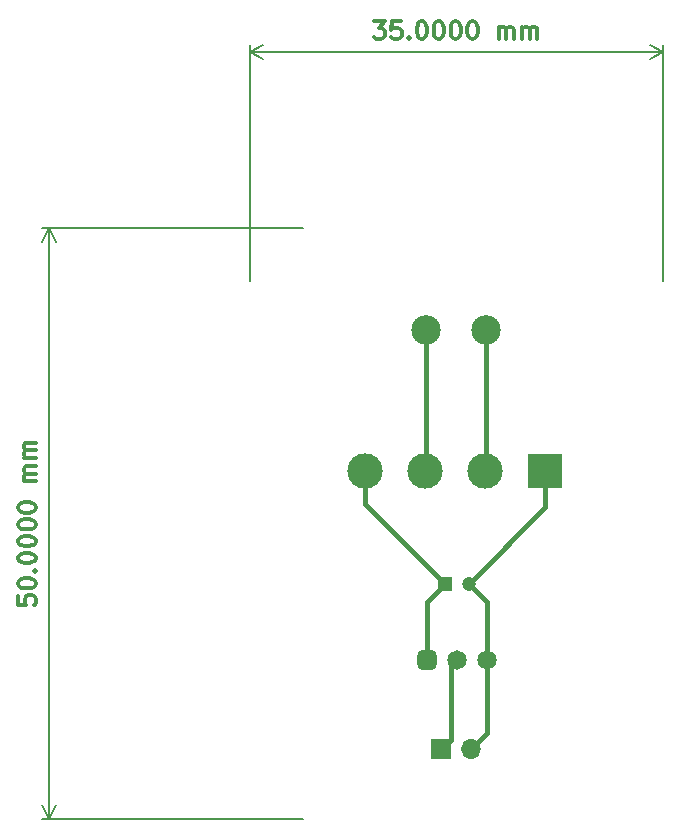
<source format=gbr>
G04 #@! TF.GenerationSoftware,KiCad,Pcbnew,8.0.4*
G04 #@! TF.CreationDate,2024-08-21T23:49:23-07:00*
G04 #@! TF.ProjectId,Physics IA,50687973-6963-4732-9049-412e6b696361,rev?*
G04 #@! TF.SameCoordinates,Original*
G04 #@! TF.FileFunction,Copper,L1,Top*
G04 #@! TF.FilePolarity,Positive*
%FSLAX46Y46*%
G04 Gerber Fmt 4.6, Leading zero omitted, Abs format (unit mm)*
G04 Created by KiCad (PCBNEW 8.0.4) date 2024-08-21 23:49:23*
%MOMM*%
%LPD*%
G01*
G04 APERTURE LIST*
G04 Aperture macros list*
%AMRoundRect*
0 Rectangle with rounded corners*
0 $1 Rounding radius*
0 $2 $3 $4 $5 $6 $7 $8 $9 X,Y pos of 4 corners*
0 Add a 4 corners polygon primitive as box body*
4,1,4,$2,$3,$4,$5,$6,$7,$8,$9,$2,$3,0*
0 Add four circle primitives for the rounded corners*
1,1,$1+$1,$2,$3*
1,1,$1+$1,$4,$5*
1,1,$1+$1,$6,$7*
1,1,$1+$1,$8,$9*
0 Add four rect primitives between the rounded corners*
20,1,$1+$1,$2,$3,$4,$5,0*
20,1,$1+$1,$4,$5,$6,$7,0*
20,1,$1+$1,$6,$7,$8,$9,0*
20,1,$1+$1,$8,$9,$2,$3,0*%
G04 Aperture macros list end*
%ADD10C,0.300000*%
G04 #@! TA.AperFunction,NonConductor*
%ADD11C,0.300000*%
G04 #@! TD*
G04 #@! TA.AperFunction,NonConductor*
%ADD12C,0.200000*%
G04 #@! TD*
G04 #@! TA.AperFunction,ComponentPad*
%ADD13RoundRect,0.412500X-0.412500X-0.412500X0.412500X-0.412500X0.412500X0.412500X-0.412500X0.412500X0*%
G04 #@! TD*
G04 #@! TA.AperFunction,ComponentPad*
%ADD14C,1.650000*%
G04 #@! TD*
G04 #@! TA.AperFunction,ComponentPad*
%ADD15C,2.500000*%
G04 #@! TD*
G04 #@! TA.AperFunction,ComponentPad*
%ADD16R,1.700000X1.700000*%
G04 #@! TD*
G04 #@! TA.AperFunction,ComponentPad*
%ADD17O,1.700000X1.700000*%
G04 #@! TD*
G04 #@! TA.AperFunction,ComponentPad*
%ADD18R,3.000000X3.000000*%
G04 #@! TD*
G04 #@! TA.AperFunction,ComponentPad*
%ADD19C,3.000000*%
G04 #@! TD*
G04 #@! TA.AperFunction,ComponentPad*
%ADD20R,1.200000X1.200000*%
G04 #@! TD*
G04 #@! TA.AperFunction,ComponentPad*
%ADD21C,1.200000*%
G04 #@! TD*
G04 #@! TA.AperFunction,Conductor*
%ADD22C,0.400000*%
G04 #@! TD*
G04 #@! TA.AperFunction,Conductor*
%ADD23C,0.200000*%
G04 #@! TD*
G04 APERTURE END LIST*
D10*
D11*
X99378329Y-88642855D02*
X99378329Y-89357141D01*
X99378329Y-89357141D02*
X100092615Y-89428569D01*
X100092615Y-89428569D02*
X100021186Y-89357141D01*
X100021186Y-89357141D02*
X99949758Y-89214284D01*
X99949758Y-89214284D02*
X99949758Y-88857141D01*
X99949758Y-88857141D02*
X100021186Y-88714284D01*
X100021186Y-88714284D02*
X100092615Y-88642855D01*
X100092615Y-88642855D02*
X100235472Y-88571426D01*
X100235472Y-88571426D02*
X100592615Y-88571426D01*
X100592615Y-88571426D02*
X100735472Y-88642855D01*
X100735472Y-88642855D02*
X100806901Y-88714284D01*
X100806901Y-88714284D02*
X100878329Y-88857141D01*
X100878329Y-88857141D02*
X100878329Y-89214284D01*
X100878329Y-89214284D02*
X100806901Y-89357141D01*
X100806901Y-89357141D02*
X100735472Y-89428569D01*
X99378329Y-87642855D02*
X99378329Y-87499998D01*
X99378329Y-87499998D02*
X99449758Y-87357141D01*
X99449758Y-87357141D02*
X99521186Y-87285713D01*
X99521186Y-87285713D02*
X99664043Y-87214284D01*
X99664043Y-87214284D02*
X99949758Y-87142855D01*
X99949758Y-87142855D02*
X100306901Y-87142855D01*
X100306901Y-87142855D02*
X100592615Y-87214284D01*
X100592615Y-87214284D02*
X100735472Y-87285713D01*
X100735472Y-87285713D02*
X100806901Y-87357141D01*
X100806901Y-87357141D02*
X100878329Y-87499998D01*
X100878329Y-87499998D02*
X100878329Y-87642855D01*
X100878329Y-87642855D02*
X100806901Y-87785713D01*
X100806901Y-87785713D02*
X100735472Y-87857141D01*
X100735472Y-87857141D02*
X100592615Y-87928570D01*
X100592615Y-87928570D02*
X100306901Y-87999998D01*
X100306901Y-87999998D02*
X99949758Y-87999998D01*
X99949758Y-87999998D02*
X99664043Y-87928570D01*
X99664043Y-87928570D02*
X99521186Y-87857141D01*
X99521186Y-87857141D02*
X99449758Y-87785713D01*
X99449758Y-87785713D02*
X99378329Y-87642855D01*
X100735472Y-86499999D02*
X100806901Y-86428570D01*
X100806901Y-86428570D02*
X100878329Y-86499999D01*
X100878329Y-86499999D02*
X100806901Y-86571427D01*
X100806901Y-86571427D02*
X100735472Y-86499999D01*
X100735472Y-86499999D02*
X100878329Y-86499999D01*
X99378329Y-85499998D02*
X99378329Y-85357141D01*
X99378329Y-85357141D02*
X99449758Y-85214284D01*
X99449758Y-85214284D02*
X99521186Y-85142856D01*
X99521186Y-85142856D02*
X99664043Y-85071427D01*
X99664043Y-85071427D02*
X99949758Y-84999998D01*
X99949758Y-84999998D02*
X100306901Y-84999998D01*
X100306901Y-84999998D02*
X100592615Y-85071427D01*
X100592615Y-85071427D02*
X100735472Y-85142856D01*
X100735472Y-85142856D02*
X100806901Y-85214284D01*
X100806901Y-85214284D02*
X100878329Y-85357141D01*
X100878329Y-85357141D02*
X100878329Y-85499998D01*
X100878329Y-85499998D02*
X100806901Y-85642856D01*
X100806901Y-85642856D02*
X100735472Y-85714284D01*
X100735472Y-85714284D02*
X100592615Y-85785713D01*
X100592615Y-85785713D02*
X100306901Y-85857141D01*
X100306901Y-85857141D02*
X99949758Y-85857141D01*
X99949758Y-85857141D02*
X99664043Y-85785713D01*
X99664043Y-85785713D02*
X99521186Y-85714284D01*
X99521186Y-85714284D02*
X99449758Y-85642856D01*
X99449758Y-85642856D02*
X99378329Y-85499998D01*
X99378329Y-84071427D02*
X99378329Y-83928570D01*
X99378329Y-83928570D02*
X99449758Y-83785713D01*
X99449758Y-83785713D02*
X99521186Y-83714285D01*
X99521186Y-83714285D02*
X99664043Y-83642856D01*
X99664043Y-83642856D02*
X99949758Y-83571427D01*
X99949758Y-83571427D02*
X100306901Y-83571427D01*
X100306901Y-83571427D02*
X100592615Y-83642856D01*
X100592615Y-83642856D02*
X100735472Y-83714285D01*
X100735472Y-83714285D02*
X100806901Y-83785713D01*
X100806901Y-83785713D02*
X100878329Y-83928570D01*
X100878329Y-83928570D02*
X100878329Y-84071427D01*
X100878329Y-84071427D02*
X100806901Y-84214285D01*
X100806901Y-84214285D02*
X100735472Y-84285713D01*
X100735472Y-84285713D02*
X100592615Y-84357142D01*
X100592615Y-84357142D02*
X100306901Y-84428570D01*
X100306901Y-84428570D02*
X99949758Y-84428570D01*
X99949758Y-84428570D02*
X99664043Y-84357142D01*
X99664043Y-84357142D02*
X99521186Y-84285713D01*
X99521186Y-84285713D02*
X99449758Y-84214285D01*
X99449758Y-84214285D02*
X99378329Y-84071427D01*
X99378329Y-82642856D02*
X99378329Y-82499999D01*
X99378329Y-82499999D02*
X99449758Y-82357142D01*
X99449758Y-82357142D02*
X99521186Y-82285714D01*
X99521186Y-82285714D02*
X99664043Y-82214285D01*
X99664043Y-82214285D02*
X99949758Y-82142856D01*
X99949758Y-82142856D02*
X100306901Y-82142856D01*
X100306901Y-82142856D02*
X100592615Y-82214285D01*
X100592615Y-82214285D02*
X100735472Y-82285714D01*
X100735472Y-82285714D02*
X100806901Y-82357142D01*
X100806901Y-82357142D02*
X100878329Y-82499999D01*
X100878329Y-82499999D02*
X100878329Y-82642856D01*
X100878329Y-82642856D02*
X100806901Y-82785714D01*
X100806901Y-82785714D02*
X100735472Y-82857142D01*
X100735472Y-82857142D02*
X100592615Y-82928571D01*
X100592615Y-82928571D02*
X100306901Y-82999999D01*
X100306901Y-82999999D02*
X99949758Y-82999999D01*
X99949758Y-82999999D02*
X99664043Y-82928571D01*
X99664043Y-82928571D02*
X99521186Y-82857142D01*
X99521186Y-82857142D02*
X99449758Y-82785714D01*
X99449758Y-82785714D02*
X99378329Y-82642856D01*
X99378329Y-81214285D02*
X99378329Y-81071428D01*
X99378329Y-81071428D02*
X99449758Y-80928571D01*
X99449758Y-80928571D02*
X99521186Y-80857143D01*
X99521186Y-80857143D02*
X99664043Y-80785714D01*
X99664043Y-80785714D02*
X99949758Y-80714285D01*
X99949758Y-80714285D02*
X100306901Y-80714285D01*
X100306901Y-80714285D02*
X100592615Y-80785714D01*
X100592615Y-80785714D02*
X100735472Y-80857143D01*
X100735472Y-80857143D02*
X100806901Y-80928571D01*
X100806901Y-80928571D02*
X100878329Y-81071428D01*
X100878329Y-81071428D02*
X100878329Y-81214285D01*
X100878329Y-81214285D02*
X100806901Y-81357143D01*
X100806901Y-81357143D02*
X100735472Y-81428571D01*
X100735472Y-81428571D02*
X100592615Y-81500000D01*
X100592615Y-81500000D02*
X100306901Y-81571428D01*
X100306901Y-81571428D02*
X99949758Y-81571428D01*
X99949758Y-81571428D02*
X99664043Y-81500000D01*
X99664043Y-81500000D02*
X99521186Y-81428571D01*
X99521186Y-81428571D02*
X99449758Y-81357143D01*
X99449758Y-81357143D02*
X99378329Y-81214285D01*
X100878329Y-78928572D02*
X99878329Y-78928572D01*
X100021186Y-78928572D02*
X99949758Y-78857143D01*
X99949758Y-78857143D02*
X99878329Y-78714286D01*
X99878329Y-78714286D02*
X99878329Y-78500000D01*
X99878329Y-78500000D02*
X99949758Y-78357143D01*
X99949758Y-78357143D02*
X100092615Y-78285715D01*
X100092615Y-78285715D02*
X100878329Y-78285715D01*
X100092615Y-78285715D02*
X99949758Y-78214286D01*
X99949758Y-78214286D02*
X99878329Y-78071429D01*
X99878329Y-78071429D02*
X99878329Y-77857143D01*
X99878329Y-77857143D02*
X99949758Y-77714286D01*
X99949758Y-77714286D02*
X100092615Y-77642857D01*
X100092615Y-77642857D02*
X100878329Y-77642857D01*
X100878329Y-76928572D02*
X99878329Y-76928572D01*
X100021186Y-76928572D02*
X99949758Y-76857143D01*
X99949758Y-76857143D02*
X99878329Y-76714286D01*
X99878329Y-76714286D02*
X99878329Y-76500000D01*
X99878329Y-76500000D02*
X99949758Y-76357143D01*
X99949758Y-76357143D02*
X100092615Y-76285715D01*
X100092615Y-76285715D02*
X100878329Y-76285715D01*
X100092615Y-76285715D02*
X99949758Y-76214286D01*
X99949758Y-76214286D02*
X99878329Y-76071429D01*
X99878329Y-76071429D02*
X99878329Y-75857143D01*
X99878329Y-75857143D02*
X99949758Y-75714286D01*
X99949758Y-75714286D02*
X100092615Y-75642857D01*
X100092615Y-75642857D02*
X100878329Y-75642857D01*
D12*
X123500000Y-57500000D02*
X101413581Y-57500000D01*
X123500000Y-107500000D02*
X101413581Y-107500000D01*
X102000001Y-57500000D02*
X102000001Y-107500000D01*
X102000001Y-57500000D02*
X102000001Y-107500000D01*
X102000001Y-57500000D02*
X102586422Y-58626504D01*
X102000001Y-57500000D02*
X101413580Y-58626504D01*
X102000001Y-107500000D02*
X101413580Y-106373496D01*
X102000001Y-107500000D02*
X102586422Y-106373496D01*
D10*
D11*
X129500001Y-39982588D02*
X130428573Y-39982588D01*
X130428573Y-39982588D02*
X129928573Y-40554017D01*
X129928573Y-40554017D02*
X130142858Y-40554017D01*
X130142858Y-40554017D02*
X130285716Y-40625445D01*
X130285716Y-40625445D02*
X130357144Y-40696874D01*
X130357144Y-40696874D02*
X130428573Y-40839731D01*
X130428573Y-40839731D02*
X130428573Y-41196874D01*
X130428573Y-41196874D02*
X130357144Y-41339731D01*
X130357144Y-41339731D02*
X130285716Y-41411160D01*
X130285716Y-41411160D02*
X130142858Y-41482588D01*
X130142858Y-41482588D02*
X129714287Y-41482588D01*
X129714287Y-41482588D02*
X129571430Y-41411160D01*
X129571430Y-41411160D02*
X129500001Y-41339731D01*
X131785715Y-39982588D02*
X131071429Y-39982588D01*
X131071429Y-39982588D02*
X131000001Y-40696874D01*
X131000001Y-40696874D02*
X131071429Y-40625445D01*
X131071429Y-40625445D02*
X131214287Y-40554017D01*
X131214287Y-40554017D02*
X131571429Y-40554017D01*
X131571429Y-40554017D02*
X131714287Y-40625445D01*
X131714287Y-40625445D02*
X131785715Y-40696874D01*
X131785715Y-40696874D02*
X131857144Y-40839731D01*
X131857144Y-40839731D02*
X131857144Y-41196874D01*
X131857144Y-41196874D02*
X131785715Y-41339731D01*
X131785715Y-41339731D02*
X131714287Y-41411160D01*
X131714287Y-41411160D02*
X131571429Y-41482588D01*
X131571429Y-41482588D02*
X131214287Y-41482588D01*
X131214287Y-41482588D02*
X131071429Y-41411160D01*
X131071429Y-41411160D02*
X131000001Y-41339731D01*
X132500000Y-41339731D02*
X132571429Y-41411160D01*
X132571429Y-41411160D02*
X132500000Y-41482588D01*
X132500000Y-41482588D02*
X132428572Y-41411160D01*
X132428572Y-41411160D02*
X132500000Y-41339731D01*
X132500000Y-41339731D02*
X132500000Y-41482588D01*
X133500001Y-39982588D02*
X133642858Y-39982588D01*
X133642858Y-39982588D02*
X133785715Y-40054017D01*
X133785715Y-40054017D02*
X133857144Y-40125445D01*
X133857144Y-40125445D02*
X133928572Y-40268302D01*
X133928572Y-40268302D02*
X134000001Y-40554017D01*
X134000001Y-40554017D02*
X134000001Y-40911160D01*
X134000001Y-40911160D02*
X133928572Y-41196874D01*
X133928572Y-41196874D02*
X133857144Y-41339731D01*
X133857144Y-41339731D02*
X133785715Y-41411160D01*
X133785715Y-41411160D02*
X133642858Y-41482588D01*
X133642858Y-41482588D02*
X133500001Y-41482588D01*
X133500001Y-41482588D02*
X133357144Y-41411160D01*
X133357144Y-41411160D02*
X133285715Y-41339731D01*
X133285715Y-41339731D02*
X133214286Y-41196874D01*
X133214286Y-41196874D02*
X133142858Y-40911160D01*
X133142858Y-40911160D02*
X133142858Y-40554017D01*
X133142858Y-40554017D02*
X133214286Y-40268302D01*
X133214286Y-40268302D02*
X133285715Y-40125445D01*
X133285715Y-40125445D02*
X133357144Y-40054017D01*
X133357144Y-40054017D02*
X133500001Y-39982588D01*
X134928572Y-39982588D02*
X135071429Y-39982588D01*
X135071429Y-39982588D02*
X135214286Y-40054017D01*
X135214286Y-40054017D02*
X135285715Y-40125445D01*
X135285715Y-40125445D02*
X135357143Y-40268302D01*
X135357143Y-40268302D02*
X135428572Y-40554017D01*
X135428572Y-40554017D02*
X135428572Y-40911160D01*
X135428572Y-40911160D02*
X135357143Y-41196874D01*
X135357143Y-41196874D02*
X135285715Y-41339731D01*
X135285715Y-41339731D02*
X135214286Y-41411160D01*
X135214286Y-41411160D02*
X135071429Y-41482588D01*
X135071429Y-41482588D02*
X134928572Y-41482588D01*
X134928572Y-41482588D02*
X134785715Y-41411160D01*
X134785715Y-41411160D02*
X134714286Y-41339731D01*
X134714286Y-41339731D02*
X134642857Y-41196874D01*
X134642857Y-41196874D02*
X134571429Y-40911160D01*
X134571429Y-40911160D02*
X134571429Y-40554017D01*
X134571429Y-40554017D02*
X134642857Y-40268302D01*
X134642857Y-40268302D02*
X134714286Y-40125445D01*
X134714286Y-40125445D02*
X134785715Y-40054017D01*
X134785715Y-40054017D02*
X134928572Y-39982588D01*
X136357143Y-39982588D02*
X136500000Y-39982588D01*
X136500000Y-39982588D02*
X136642857Y-40054017D01*
X136642857Y-40054017D02*
X136714286Y-40125445D01*
X136714286Y-40125445D02*
X136785714Y-40268302D01*
X136785714Y-40268302D02*
X136857143Y-40554017D01*
X136857143Y-40554017D02*
X136857143Y-40911160D01*
X136857143Y-40911160D02*
X136785714Y-41196874D01*
X136785714Y-41196874D02*
X136714286Y-41339731D01*
X136714286Y-41339731D02*
X136642857Y-41411160D01*
X136642857Y-41411160D02*
X136500000Y-41482588D01*
X136500000Y-41482588D02*
X136357143Y-41482588D01*
X136357143Y-41482588D02*
X136214286Y-41411160D01*
X136214286Y-41411160D02*
X136142857Y-41339731D01*
X136142857Y-41339731D02*
X136071428Y-41196874D01*
X136071428Y-41196874D02*
X136000000Y-40911160D01*
X136000000Y-40911160D02*
X136000000Y-40554017D01*
X136000000Y-40554017D02*
X136071428Y-40268302D01*
X136071428Y-40268302D02*
X136142857Y-40125445D01*
X136142857Y-40125445D02*
X136214286Y-40054017D01*
X136214286Y-40054017D02*
X136357143Y-39982588D01*
X137785714Y-39982588D02*
X137928571Y-39982588D01*
X137928571Y-39982588D02*
X138071428Y-40054017D01*
X138071428Y-40054017D02*
X138142857Y-40125445D01*
X138142857Y-40125445D02*
X138214285Y-40268302D01*
X138214285Y-40268302D02*
X138285714Y-40554017D01*
X138285714Y-40554017D02*
X138285714Y-40911160D01*
X138285714Y-40911160D02*
X138214285Y-41196874D01*
X138214285Y-41196874D02*
X138142857Y-41339731D01*
X138142857Y-41339731D02*
X138071428Y-41411160D01*
X138071428Y-41411160D02*
X137928571Y-41482588D01*
X137928571Y-41482588D02*
X137785714Y-41482588D01*
X137785714Y-41482588D02*
X137642857Y-41411160D01*
X137642857Y-41411160D02*
X137571428Y-41339731D01*
X137571428Y-41339731D02*
X137499999Y-41196874D01*
X137499999Y-41196874D02*
X137428571Y-40911160D01*
X137428571Y-40911160D02*
X137428571Y-40554017D01*
X137428571Y-40554017D02*
X137499999Y-40268302D01*
X137499999Y-40268302D02*
X137571428Y-40125445D01*
X137571428Y-40125445D02*
X137642857Y-40054017D01*
X137642857Y-40054017D02*
X137785714Y-39982588D01*
X140071427Y-41482588D02*
X140071427Y-40482588D01*
X140071427Y-40625445D02*
X140142856Y-40554017D01*
X140142856Y-40554017D02*
X140285713Y-40482588D01*
X140285713Y-40482588D02*
X140499999Y-40482588D01*
X140499999Y-40482588D02*
X140642856Y-40554017D01*
X140642856Y-40554017D02*
X140714285Y-40696874D01*
X140714285Y-40696874D02*
X140714285Y-41482588D01*
X140714285Y-40696874D02*
X140785713Y-40554017D01*
X140785713Y-40554017D02*
X140928570Y-40482588D01*
X140928570Y-40482588D02*
X141142856Y-40482588D01*
X141142856Y-40482588D02*
X141285713Y-40554017D01*
X141285713Y-40554017D02*
X141357142Y-40696874D01*
X141357142Y-40696874D02*
X141357142Y-41482588D01*
X142071427Y-41482588D02*
X142071427Y-40482588D01*
X142071427Y-40625445D02*
X142142856Y-40554017D01*
X142142856Y-40554017D02*
X142285713Y-40482588D01*
X142285713Y-40482588D02*
X142499999Y-40482588D01*
X142499999Y-40482588D02*
X142642856Y-40554017D01*
X142642856Y-40554017D02*
X142714285Y-40696874D01*
X142714285Y-40696874D02*
X142714285Y-41482588D01*
X142714285Y-40696874D02*
X142785713Y-40554017D01*
X142785713Y-40554017D02*
X142928570Y-40482588D01*
X142928570Y-40482588D02*
X143142856Y-40482588D01*
X143142856Y-40482588D02*
X143285713Y-40554017D01*
X143285713Y-40554017D02*
X143357142Y-40696874D01*
X143357142Y-40696874D02*
X143357142Y-41482588D01*
D12*
X119000000Y-62000000D02*
X119000000Y-42017840D01*
X154000000Y-62000000D02*
X154000000Y-42017840D01*
X119000000Y-42604260D02*
X154000000Y-42604260D01*
X119000000Y-42604260D02*
X154000000Y-42604260D01*
X119000000Y-42604260D02*
X120126504Y-42017839D01*
X119000000Y-42604260D02*
X120126504Y-43190681D01*
X154000000Y-42604260D02*
X152873496Y-43190681D01*
X154000000Y-42604260D02*
X152873496Y-42017839D01*
D13*
X133987402Y-94080000D03*
D14*
X136527402Y-94080000D03*
X139067402Y-94080000D03*
D15*
X133920000Y-66080000D03*
X139000000Y-66080000D03*
D16*
X135225000Y-101580000D03*
D17*
X137765000Y-101580000D03*
D18*
X144000000Y-78080000D03*
D19*
X138920000Y-78080000D03*
X133840000Y-78080000D03*
X128760000Y-78080000D03*
D20*
X135527401Y-87580000D03*
D21*
X137527402Y-87580000D03*
D22*
X128760000Y-80812599D02*
X135527401Y-87580000D01*
X128760000Y-78080000D02*
X128760000Y-80812599D01*
X144000000Y-81107402D02*
X137527402Y-87580000D01*
X144000000Y-78080000D02*
X144000000Y-81107402D01*
X139067402Y-89120000D02*
X139067402Y-94080000D01*
X137527402Y-87580000D02*
X139067402Y-89120000D01*
D23*
X134000000Y-89580000D02*
X133987402Y-89592598D01*
D22*
X134000000Y-89107401D02*
X134000000Y-89580000D01*
X133987402Y-89592598D02*
X133987402Y-94080000D01*
X135527401Y-87580000D02*
X134000000Y-89107401D01*
X136000000Y-100805000D02*
X135225000Y-101580000D01*
X136000000Y-94607402D02*
X136000000Y-100805000D01*
D23*
X136527402Y-94080000D02*
X136000000Y-94607402D01*
D22*
X139067402Y-100277598D02*
X137765000Y-101580000D01*
X139067402Y-94080000D02*
X139067402Y-100277598D01*
D23*
X139000000Y-78000000D02*
X138920000Y-78080000D01*
D22*
X139000000Y-66080000D02*
X139000000Y-78000000D01*
D23*
X133920000Y-78000000D02*
X133840000Y-78080000D01*
D22*
X133920000Y-66080000D02*
X133920000Y-78000000D01*
M02*

</source>
